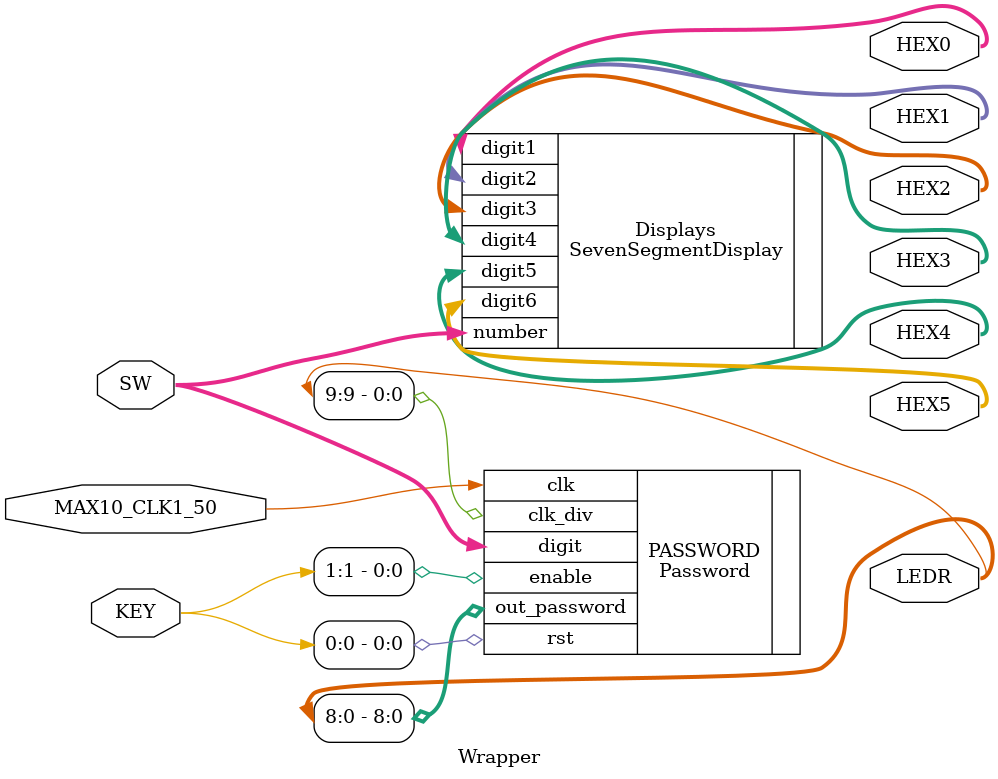
<source format=v>
module Wrapper(
	input MAX10_CLK1_50,
	input [1:0] KEY,
	input [3:0] SW,
	output [9:0] LEDR,
	output [6:0] HEX0, HEX1, HEX2, HEX3, HEX4, HEX5
);

Password PASSWORD(
	.clk(MAX10_CLK1_50),
	.rst(KEY[0]),
	.enable(KEY[1]),
	.out_password(LEDR[8:0]),
	.digit(SW),
	.clk_div(LEDR[9])
);

SevenSegmentDisplay Displays(
	.number(SW),
	.digit1(HEX0),
	.digit2(HEX1),
	.digit3(HEX2),
	.digit4(HEX3),
	.digit5(HEX4),
	.digit6(HEX5)
);

endmodule 
</source>
